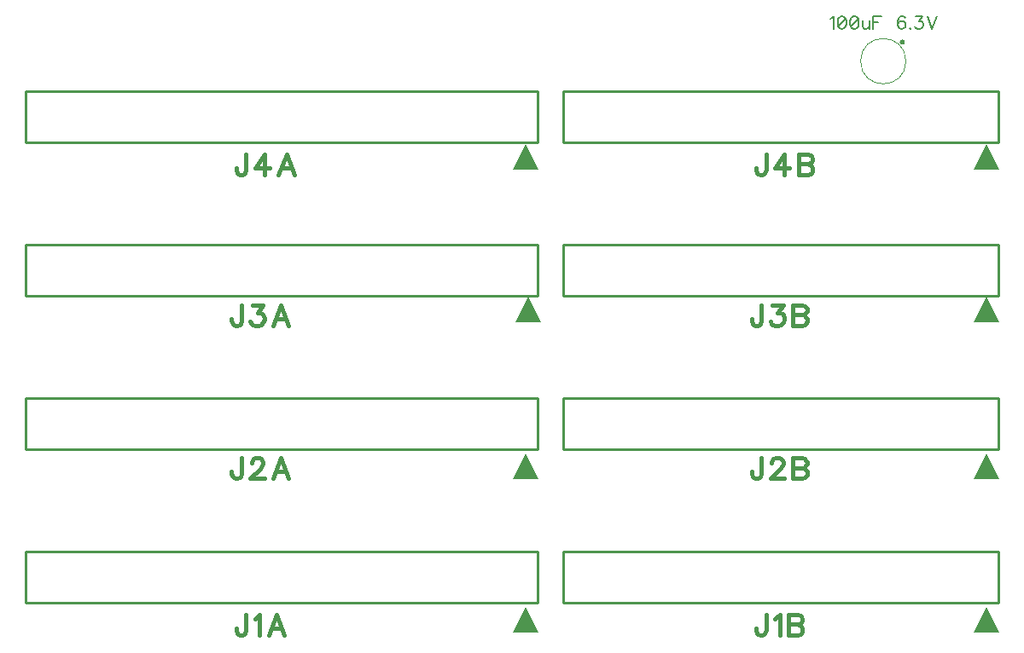
<source format=gbr>
G04 DipTrace 4.3.0.5*
G04 TopSilk.gbr*
%MOMM*%
G04 #@! TF.FileFunction,Legend,Top*
G04 #@! TF.Part,Single*
%ADD10C,0.25*%
%ADD13C,0.12*%
%ADD37C,0.19608*%
%ADD38C,0.44444*%
%FSLAX35Y35*%
G04*
G71*
G90*
G75*
G01*
G04 TopSilk*
%LPD*%
X254000Y-381000D2*
D10*
Y127000D1*
X-4826000D1*
Y-381000D1*
X254000D1*
Y-1905000D2*
Y-1397000D1*
X-4826000D1*
Y-1905000D1*
X254000D1*
X4826000D2*
Y-1397000D1*
X508000D1*
Y-1905000D1*
X4826000D1*
Y-381000D2*
Y127000D1*
X508000D1*
Y-381000D1*
X4826000D1*
X254000Y-3429000D2*
Y-2921000D1*
X-4826000D1*
Y-3429000D1*
X254000D1*
X4826000D2*
Y-2921000D1*
X508000D1*
Y-3429000D1*
X4826000D1*
X254000Y-4953000D2*
Y-4445000D1*
X-4826000D1*
Y-4953000D1*
X254000D1*
X4826000D2*
Y-4445000D1*
X508000D1*
Y-4953000D1*
X4826000D1*
X3458000Y428623D2*
D13*
G02X3458000Y428623I225000J0D01*
G01*
G36*
X3872507Y643130D2*
X3875770Y642916D1*
X3878977Y642278D1*
X3882074Y641227D1*
X3885007Y639781D1*
X3887726Y637964D1*
X3890184Y635808D1*
X3892341Y633349D1*
X3894157Y630630D1*
X3895604Y627697D1*
X3896655Y624600D1*
X3897293Y621393D1*
X3897507Y618130D1*
X3897293Y614867D1*
X3896655Y611660D1*
X3895604Y608563D1*
X3894157Y605630D1*
X3892341Y602911D1*
X3890184Y600452D1*
X3887726Y598296D1*
X3885007Y596479D1*
X3882074Y595033D1*
X3878977Y593982D1*
X3875770Y593344D1*
X3872507Y593130D1*
D1*
X3869244Y593344D1*
X3866036Y593982D1*
X3862940Y595033D1*
X3860007Y596479D1*
X3857288Y598296D1*
X3854829Y600452D1*
X3852673Y602911D1*
X3850856Y605630D1*
X3849410Y608563D1*
X3848359Y611660D1*
X3847721Y614867D1*
X3847507Y618130D1*
X3847721Y621393D1*
X3848359Y624600D1*
X3849410Y627697D1*
X3850856Y630630D1*
X3852673Y633349D1*
X3854829Y635808D1*
X3857288Y637964D1*
X3860007Y639781D1*
X3862940Y641227D1*
X3866036Y642278D1*
X3869244Y642916D1*
X3872507Y643130D1*
D1*
G37*
G36*
X4704797Y-3468877D2*
X4577797Y-3722877D1*
X4831793D1*
D1*
X4704797Y-3468877D1*
G37*
G36*
X132837D2*
X5837Y-3722877D1*
X259837D1*
D1*
X132837Y-3468877D1*
G37*
G36*
X4704797Y-1913127D2*
X4577797Y-2167127D1*
X4831793D1*
D1*
X4704797Y-1913127D1*
G37*
G36*
X164587D2*
X37587Y-2167127D1*
X291587D1*
D1*
X164587Y-1913127D1*
G37*
G36*
X4704797Y-393193D2*
X4577797Y-647190D1*
X4831793D1*
D1*
X4704797Y-393193D1*
G37*
G36*
X132837D2*
X5837Y-647190D1*
X259837D1*
D1*
X132837Y-393193D1*
G37*
G36*
X4704797Y-4992877D2*
X4577797Y-5246877D1*
X4831793D1*
D1*
X4704797Y-4992877D1*
G37*
G36*
X132837D2*
X5837Y-5246877D1*
X259837D1*
D1*
X132837Y-4992877D1*
G37*
X-2640869Y-496333D2*
D38*
Y-651767D1*
X-2650528Y-680967D1*
X-2660411Y-690625D1*
X-2679728Y-700508D1*
X-2699269D1*
X-2718586Y-690625D1*
X-2728245Y-680967D1*
X-2738128Y-651767D1*
Y-632450D1*
X-2454722Y-700508D2*
Y-496557D1*
X-2551980Y-632450D1*
X-2406205D1*
X-2161658Y-700508D2*
X-2239599Y-496333D1*
X-2317316Y-700508D1*
X-2288116Y-632450D2*
X-2190858D1*
X2518464Y-496333D2*
Y-651767D1*
X2508806Y-680967D1*
X2498922Y-690625D1*
X2479606Y-700508D1*
X2460064D1*
X2440747Y-690625D1*
X2431089Y-680967D1*
X2421206Y-651767D1*
Y-632450D1*
X2704611Y-700508D2*
Y-496557D1*
X2607353Y-632450D1*
X2753128D1*
X2842017Y-496333D2*
Y-700508D1*
X2929617D1*
X2958817Y-690625D1*
X2968476Y-680967D1*
X2978134Y-661650D1*
Y-632450D1*
X2968476Y-612908D1*
X2958817Y-603250D1*
X2929617Y-593591D1*
X2958817Y-583708D1*
X2968476Y-574050D1*
X2978134Y-554733D1*
Y-535191D1*
X2968476Y-515874D1*
X2958817Y-505991D1*
X2929617Y-496333D1*
X2842017D1*
Y-593591D2*
X2929617D1*
X-2684559Y-3512583D2*
Y-3668017D1*
X-2694218Y-3697217D1*
X-2704101Y-3706875D1*
X-2723418Y-3716758D1*
X-2742959D1*
X-2762276Y-3706875D1*
X-2771935Y-3697217D1*
X-2781818Y-3668017D1*
Y-3648700D1*
X-2585787Y-3561324D2*
Y-3551666D1*
X-2576129Y-3532124D1*
X-2566470Y-3522466D1*
X-2546929Y-3512807D1*
X-2508070D1*
X-2488754Y-3522466D1*
X-2479095Y-3532124D1*
X-2469212Y-3551666D1*
Y-3570983D1*
X-2479095Y-3590524D1*
X-2498412Y-3619500D1*
X-2595670Y-3716758D1*
X-2459554D1*
X-2215006D2*
X-2292948Y-3512583D1*
X-2370665Y-3716758D1*
X-2341465Y-3648700D2*
X-2244206D1*
X2474774Y-3512583D2*
Y-3668017D1*
X2465116Y-3697217D1*
X2455232Y-3706875D1*
X2435916Y-3716758D1*
X2416374D1*
X2397057Y-3706875D1*
X2387399Y-3697217D1*
X2377516Y-3668017D1*
Y-3648700D1*
X2573546Y-3561324D2*
Y-3551666D1*
X2583204Y-3532124D1*
X2592863Y-3522466D1*
X2612404Y-3512807D1*
X2651263D1*
X2670580Y-3522466D1*
X2680238Y-3532124D1*
X2690121Y-3551666D1*
Y-3570983D1*
X2680238Y-3590524D1*
X2660921Y-3619500D1*
X2563663Y-3716758D1*
X2699780D1*
X2788669Y-3512583D2*
Y-3716758D1*
X2876269D1*
X2905469Y-3706875D1*
X2915127Y-3697217D1*
X2924786Y-3677900D1*
Y-3648700D1*
X2915127Y-3629158D1*
X2905469Y-3619500D1*
X2876269Y-3609841D1*
X2905469Y-3599958D1*
X2915127Y-3590300D1*
X2924786Y-3570983D1*
Y-3551441D1*
X2915127Y-3532124D1*
X2905469Y-3522241D1*
X2876269Y-3512583D1*
X2788669D1*
Y-3609841D2*
X2876269D1*
X-2684559Y-1992649D2*
Y-2148083D1*
X-2694218Y-2177283D1*
X-2704101Y-2186942D1*
X-2723418Y-2196825D1*
X-2742959D1*
X-2762276Y-2186942D1*
X-2771935Y-2177283D1*
X-2781818Y-2148083D1*
Y-2128766D1*
X-2576129Y-1992874D2*
X-2469437D1*
X-2527612Y-2070591D1*
X-2498412D1*
X-2479095Y-2080249D1*
X-2469437Y-2089908D1*
X-2459554Y-2119108D1*
Y-2138425D1*
X-2469437Y-2167625D1*
X-2488754Y-2187166D1*
X-2517954Y-2196825D1*
X-2547154D1*
X-2576129Y-2187166D1*
X-2585787Y-2177283D1*
X-2595670Y-2157966D1*
X-2215006Y-2196825D2*
X-2292948Y-1992649D1*
X-2370665Y-2196825D1*
X-2341465Y-2128766D2*
X-2244206D1*
X2474774Y-1992649D2*
Y-2148083D1*
X2465116Y-2177283D1*
X2455232Y-2186942D1*
X2435916Y-2196825D1*
X2416374D1*
X2397057Y-2186942D1*
X2387399Y-2177283D1*
X2377516Y-2148083D1*
Y-2128766D1*
X2583204Y-1992874D2*
X2689897D1*
X2631721Y-2070591D1*
X2660921D1*
X2680238Y-2080249D1*
X2689897Y-2089908D1*
X2699780Y-2119108D1*
Y-2138425D1*
X2689897Y-2167625D1*
X2670580Y-2187166D1*
X2641380Y-2196825D1*
X2612180D1*
X2583204Y-2187166D1*
X2573546Y-2177283D1*
X2563663Y-2157966D1*
X2788669Y-1992649D2*
Y-2196825D1*
X2876269D1*
X2905469Y-2186942D1*
X2915127Y-2177283D1*
X2924786Y-2157966D1*
Y-2128766D1*
X2915127Y-2109225D1*
X2905469Y-2099566D1*
X2876269Y-2089908D1*
X2905469Y-2080025D1*
X2915127Y-2070366D1*
X2924786Y-2051049D1*
Y-2031508D1*
X2915127Y-2012191D1*
X2905469Y-2002308D1*
X2876269Y-1992649D1*
X2788669D1*
Y-2089908D2*
X2876269D1*
X-2640869Y-5068333D2*
Y-5223767D1*
X-2650528Y-5252967D1*
X-2660411Y-5262625D1*
X-2679728Y-5272508D1*
X-2699269D1*
X-2718586Y-5262625D1*
X-2728245Y-5252967D1*
X-2738128Y-5223767D1*
Y-5204450D1*
X-2551980Y-5107416D2*
X-2532439Y-5097533D1*
X-2503239Y-5068557D1*
Y-5272508D1*
X-2258692D2*
X-2336633Y-5068333D1*
X-2414350Y-5272508D1*
X-2385150Y-5204450D2*
X-2287892D1*
X2518464Y-5068333D2*
Y-5223767D1*
X2508806Y-5252967D1*
X2498922Y-5262625D1*
X2479606Y-5272508D1*
X2460064D1*
X2440747Y-5262625D1*
X2431089Y-5252967D1*
X2421206Y-5223767D1*
Y-5204450D1*
X2607353Y-5107416D2*
X2626894Y-5097533D1*
X2656094Y-5068557D1*
Y-5272508D1*
X2744983Y-5068333D2*
Y-5272508D1*
X2832583D1*
X2861783Y-5262625D1*
X2871442Y-5252967D1*
X2881100Y-5233650D1*
Y-5204450D1*
X2871442Y-5184908D1*
X2861783Y-5175250D1*
X2832583Y-5165591D1*
X2861783Y-5155708D1*
X2871442Y-5146050D1*
X2881100Y-5126733D1*
Y-5107191D1*
X2871442Y-5087874D1*
X2861783Y-5077991D1*
X2832583Y-5068333D1*
X2744983D1*
Y-5165591D2*
X2832583D1*
X3160228Y851610D2*
D37*
X3172442Y857787D1*
X3190692Y875896D1*
Y748427D1*
X3266407Y875896D2*
X3248157Y869860D1*
X3235944Y851610D1*
X3229907Y821287D1*
Y803037D1*
X3235944Y772714D1*
X3248157Y754464D1*
X3266407Y748427D1*
X3278481D1*
X3296731Y754464D1*
X3308804Y772714D1*
X3314981Y803037D1*
Y821287D1*
X3308804Y851610D1*
X3296731Y869860D1*
X3278481Y875896D1*
X3266407D1*
X3308804Y851610D2*
X3235944Y772714D1*
X3390696Y875896D2*
X3372446Y869860D1*
X3360233Y851610D1*
X3354196Y821287D1*
Y803037D1*
X3360233Y772714D1*
X3372446Y754464D1*
X3390696Y748427D1*
X3402769D1*
X3421019Y754464D1*
X3433092Y772714D1*
X3439269Y803037D1*
Y821287D1*
X3433092Y851610D1*
X3421019Y869860D1*
X3402769Y875896D1*
X3390696D1*
X3433092Y851610D2*
X3360233Y772714D1*
X3478485Y833500D2*
Y772714D1*
X3484522Y754604D1*
X3496735Y748427D1*
X3514985D1*
X3527058Y754604D1*
X3545308Y772714D1*
Y833500D2*
Y748427D1*
X3663560Y876037D2*
X3584524D1*
Y748427D1*
Y815250D2*
X3633097D1*
X3899082Y857787D2*
X3893046Y869860D1*
X3874796Y875896D1*
X3862722D1*
X3844472Y869860D1*
X3832259Y851610D1*
X3826222Y821287D1*
Y790964D1*
X3832259Y766677D1*
X3844472Y754464D1*
X3862722Y748427D1*
X3868759D1*
X3886869Y754464D1*
X3899082Y766677D1*
X3905119Y784927D1*
Y790964D1*
X3899082Y809214D1*
X3886869Y821287D1*
X3868759Y827323D1*
X3862722D1*
X3844472Y821287D1*
X3832259Y809214D1*
X3826222Y790964D1*
X3950371Y760640D2*
X3944334Y754464D1*
X3950371Y748427D1*
X3956548Y754464D1*
X3950371Y760640D1*
X4007977Y875896D2*
X4074660D1*
X4038300Y827323D1*
X4056550D1*
X4068623Y821287D1*
X4074660Y815250D1*
X4080837Y797000D1*
Y784927D1*
X4074660Y766677D1*
X4062587Y754464D1*
X4044337Y748427D1*
X4026087D1*
X4007977Y754464D1*
X4001940Y760640D1*
X3995763Y772714D1*
X4120052Y876037D2*
X4168625Y748427D1*
X4217198Y876037D1*
M02*

</source>
